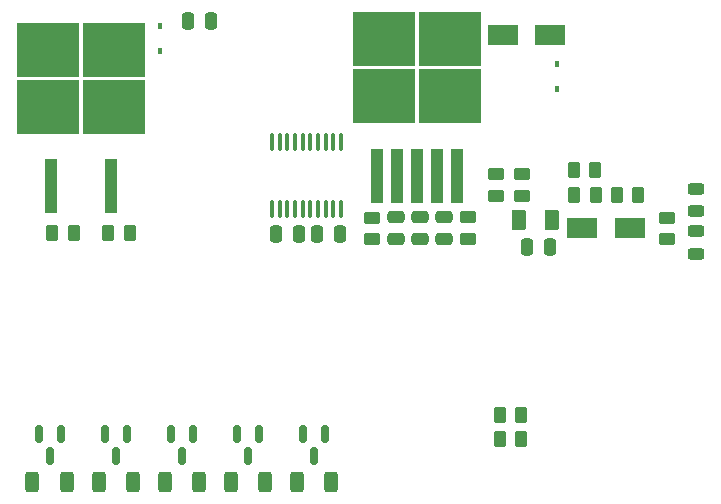
<source format=gtp>
G04 #@! TF.GenerationSoftware,KiCad,Pcbnew,(6.0.0-0)*
G04 #@! TF.CreationDate,2022-05-08T21:10:07-05:00*
G04 #@! TF.ProjectId,ras_pi_supercap_ups,7261735f-7069-45f7-9375-706572636170,rev?*
G04 #@! TF.SameCoordinates,Original*
G04 #@! TF.FileFunction,Paste,Top*
G04 #@! TF.FilePolarity,Positive*
%FSLAX46Y46*%
G04 Gerber Fmt 4.6, Leading zero omitted, Abs format (unit mm)*
G04 Created by KiCad (PCBNEW (6.0.0-0)) date 2022-05-08 21:10:07*
%MOMM*%
%LPD*%
G01*
G04 APERTURE LIST*
G04 Aperture macros list*
%AMRoundRect*
0 Rectangle with rounded corners*
0 $1 Rounding radius*
0 $2 $3 $4 $5 $6 $7 $8 $9 X,Y pos of 4 corners*
0 Add a 4 corners polygon primitive as box body*
4,1,4,$2,$3,$4,$5,$6,$7,$8,$9,$2,$3,0*
0 Add four circle primitives for the rounded corners*
1,1,$1+$1,$2,$3*
1,1,$1+$1,$4,$5*
1,1,$1+$1,$6,$7*
1,1,$1+$1,$8,$9*
0 Add four rect primitives between the rounded corners*
20,1,$1+$1,$2,$3,$4,$5,0*
20,1,$1+$1,$4,$5,$6,$7,0*
20,1,$1+$1,$6,$7,$8,$9,0*
20,1,$1+$1,$8,$9,$2,$3,0*%
G04 Aperture macros list end*
%ADD10RoundRect,0.100000X0.100000X-0.637500X0.100000X0.637500X-0.100000X0.637500X-0.100000X-0.637500X0*%
%ADD11R,5.250000X4.550000*%
%ADD12R,1.100000X4.600000*%
%ADD13R,0.450000X0.600000*%
%ADD14RoundRect,0.150000X-0.150000X0.587500X-0.150000X-0.587500X0.150000X-0.587500X0.150000X0.587500X0*%
%ADD15RoundRect,0.250000X0.312500X0.625000X-0.312500X0.625000X-0.312500X-0.625000X0.312500X-0.625000X0*%
%ADD16RoundRect,0.250000X0.250000X0.475000X-0.250000X0.475000X-0.250000X-0.475000X0.250000X-0.475000X0*%
%ADD17RoundRect,0.250000X-0.262500X-0.450000X0.262500X-0.450000X0.262500X0.450000X-0.262500X0.450000X0*%
%ADD18RoundRect,0.250000X-0.250000X-0.475000X0.250000X-0.475000X0.250000X0.475000X-0.250000X0.475000X0*%
%ADD19RoundRect,0.250000X-0.450000X0.262500X-0.450000X-0.262500X0.450000X-0.262500X0.450000X0.262500X0*%
%ADD20R,2.500000X1.800000*%
%ADD21RoundRect,0.243750X0.456250X-0.243750X0.456250X0.243750X-0.456250X0.243750X-0.456250X-0.243750X0*%
%ADD22RoundRect,0.250000X0.262500X0.450000X-0.262500X0.450000X-0.262500X-0.450000X0.262500X-0.450000X0*%
%ADD23RoundRect,0.250000X-0.475000X0.250000X-0.475000X-0.250000X0.475000X-0.250000X0.475000X0.250000X0*%
%ADD24RoundRect,0.250000X0.450000X-0.262500X0.450000X0.262500X-0.450000X0.262500X-0.450000X-0.262500X0*%
%ADD25RoundRect,0.250000X0.375000X0.625000X-0.375000X0.625000X-0.375000X-0.625000X0.375000X-0.625000X0*%
G04 APERTURE END LIST*
D10*
X78101000Y-125947500D03*
X78751000Y-125947500D03*
X79401000Y-125947500D03*
X80051000Y-125947500D03*
X80701000Y-125947500D03*
X81351000Y-125947500D03*
X82001000Y-125947500D03*
X82651000Y-125947500D03*
X83301000Y-125947500D03*
X83951000Y-125947500D03*
X83951000Y-131672500D03*
X83301000Y-131672500D03*
X82651000Y-131672500D03*
X82001000Y-131672500D03*
X81351000Y-131672500D03*
X80701000Y-131672500D03*
X80051000Y-131672500D03*
X79401000Y-131672500D03*
X78751000Y-131672500D03*
X78101000Y-131672500D03*
D11*
X59155000Y-123010000D03*
X59155000Y-118160000D03*
X64705000Y-118160000D03*
X64705000Y-123010000D03*
D12*
X59390000Y-129735000D03*
X64470000Y-129735000D03*
D13*
X102230000Y-121470000D03*
X102230000Y-119370000D03*
D14*
X71420000Y-150700500D03*
X69520000Y-150700500D03*
X70470000Y-152575500D03*
D15*
X83112500Y-154740000D03*
X80187500Y-154740000D03*
D16*
X80350000Y-133730000D03*
X78450000Y-133730000D03*
D13*
X68610000Y-116200000D03*
X68610000Y-118300000D03*
D17*
X97385500Y-151130000D03*
X99210500Y-151130000D03*
D11*
X87595000Y-122110000D03*
X93145000Y-117260000D03*
X93145000Y-122110000D03*
X87595000Y-117260000D03*
D12*
X86970000Y-128835000D03*
X88670000Y-128835000D03*
X90370000Y-128835000D03*
X92070000Y-128835000D03*
X93770000Y-128835000D03*
D18*
X81930000Y-133730000D03*
X83830000Y-133730000D03*
D17*
X64257500Y-133690000D03*
X66082500Y-133690000D03*
D19*
X94700000Y-132337500D03*
X94700000Y-134162500D03*
X86580000Y-132387500D03*
X86580000Y-134212500D03*
D14*
X82600000Y-150700500D03*
X80700000Y-150700500D03*
X81650000Y-152575500D03*
D18*
X99710000Y-134870000D03*
X101610000Y-134870000D03*
D15*
X60752500Y-154740000D03*
X57827500Y-154740000D03*
D20*
X104390000Y-133270000D03*
X108390000Y-133270000D03*
D15*
X66342500Y-154740000D03*
X63417500Y-154740000D03*
D19*
X99290000Y-128697500D03*
X99290000Y-130522500D03*
D21*
X113970000Y-131837500D03*
X113970000Y-129962500D03*
D17*
X103647500Y-128360000D03*
X105472500Y-128360000D03*
D15*
X77522500Y-154740000D03*
X74597500Y-154740000D03*
D22*
X61342500Y-133690000D03*
X59517500Y-133690000D03*
D14*
X60240000Y-150700500D03*
X58340000Y-150700500D03*
X59290000Y-152575500D03*
D22*
X109112500Y-130450000D03*
X107287500Y-130450000D03*
D23*
X88620000Y-132330000D03*
X88620000Y-134230000D03*
D16*
X72920000Y-115730000D03*
X71020000Y-115730000D03*
D14*
X77010000Y-150700500D03*
X75110000Y-150700500D03*
X76060000Y-152575500D03*
D22*
X105502500Y-130450000D03*
X103677500Y-130450000D03*
D17*
X97385500Y-149098000D03*
X99210500Y-149098000D03*
D23*
X90670000Y-132320000D03*
X90670000Y-134220000D03*
D15*
X71932500Y-154740000D03*
X69007500Y-154740000D03*
D24*
X111510000Y-134212500D03*
X111510000Y-132387500D03*
D14*
X65830000Y-150700500D03*
X63930000Y-150700500D03*
X64880000Y-152575500D03*
D21*
X113970000Y-135427500D03*
X113970000Y-133552500D03*
D24*
X97080000Y-130522500D03*
X97080000Y-128697500D03*
D23*
X92690000Y-132330000D03*
X92690000Y-134230000D03*
D25*
X101780000Y-132550000D03*
X98980000Y-132550000D03*
D20*
X97680000Y-116940000D03*
X101680000Y-116940000D03*
M02*

</source>
